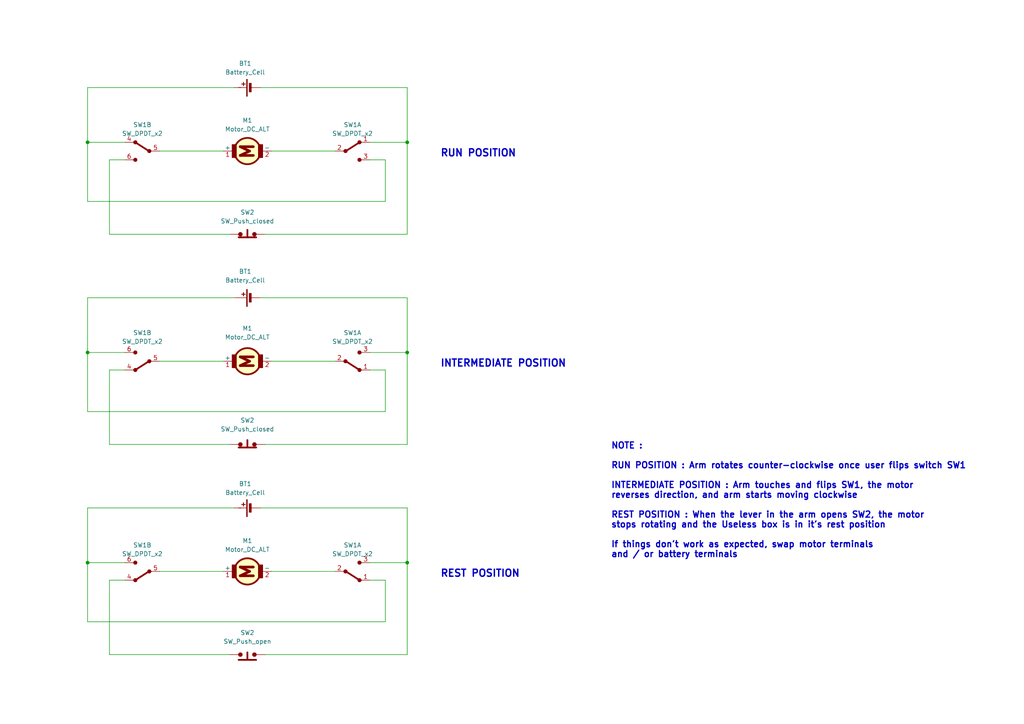
<source format=kicad_sch>
(kicad_sch (version 20211123) (generator eeschema)
  (paper "A4")
  (title_block (title "USELESS BOX") (date "2022-11-28") (rev "rev 1") (company "Maker's Asylum") (comment 1 "Anool Mahidharia"))
  (lib_symbols
    (symbol "useless_box:Battery_Cell" (pin_numbers hide) (pin_names (offset 0) hide)
      (property "Reference" "BT?" (at -2.54 2.54 90))
      (property "Value" "Battery_Cell" (at -5.08 0 90))
      (symbol "Battery_Cell_0_1"
        (rectangle (start -2.54 0.254) (end 2.413 0) (fill (type outline)))
        (rectangle (start -1.27 -0.508) (end 1.27 -1.143) (fill (type outline)))
        (polyline (pts (xy 0 -1.27) (xy 0 -0.762)))
        (polyline (pts (xy 0 1.27) (xy 0 0.127)))
        (polyline (pts (xy 0 1.778) (xy 0 2.54)))
        (polyline (pts (xy 0.508 1.143) (xy 1.524 1.143)) (stroke (width 0.254)))
        (polyline (pts (xy 1.016 1.651) (xy 1.016 0.635)) (stroke (width 0.254)))
      )
      (symbol "Battery_Cell_1_1"
        (pin passive line (at 0 3.81 270) (length 2.54) (name "+") (number "1"))
        (pin passive line (at 0 -3.81 90) (length 2.54) (name "-") (number "2"))
      )
    )
    (symbol "useless_box:Motor_DC_ALT" (pin_names (offset 0))
      (property "Reference" "M?" (at 4.445 1.27 0))
      (property "Value" "Motor_DC_ALT" (at 4.445 -1.27 0))
      (symbol "Motor_DC_ALT_0_0"
        (text "M" (at 0 0 0) (effects (font (size 3.81 3.81) bold)))
      )
      (symbol "Motor_DC_ALT_0_1"
        (rectangle (start -1.905 -3.175) (end 1.905 -4.445) (fill (type outline)))
        (rectangle (start -1.905 4.445) (end 1.905 3.175) (fill (type outline)))
        (circle (center 0 0) (radius 3.81) (stroke (width 0.508)) (fill (type background)))
      )
      (symbol "Motor_DC_ALT_1_1"
        (pin passive line (at 0 6.985 270) (length 2.54) (name "+") (number "1"))
        (pin passive line (at 0 -6.985 90) (length 2.54) (name "-") (number "2"))
      )
    )
    (symbol "useless_box:SW_DPDT_x2" (pin_names (offset 0) hide)
      (property "Reference" "SW?" (at 0 7.62 0))
      (property "Value" "SW_DPDT_x2" (at 0 5.08 0))
      (symbol "SW_DPDT_x2_0_0"
        (circle (center -2.032 0) (radius 0.508) (fill (type outline)))
        (circle (center 2.032 -2.54) (radius 0.508) (fill (type outline)))
      )
      (symbol "SW_DPDT_x2_0_1"
        (polyline (pts (xy -1.524 0.254) (xy 1.651 2.286)) (stroke (width 0.508)))
        (circle (center 2.032 2.54) (radius 0.508) (fill (type outline)))
      )
      (symbol "SW_DPDT_x2_1_1"
        (pin passive line (at 5.08 2.54 180) (length 2.54) (name "A") (number "1"))
        (pin passive line (at -5.08 0 0) (length 2.54) (name "B") (number "2"))
        (pin passive line (at 5.08 -2.54 180) (length 2.54) (name "C") (number "3"))
      )
      (symbol "SW_DPDT_x2_2_1"
        (pin passive line (at 5.08 2.54 180) (length 2.54) (name "A") (number "4"))
        (pin passive line (at -5.08 0 0) (length 2.54) (name "B") (number "5"))
        (pin passive line (at 5.08 -2.54 180) (length 2.54) (name "C") (number "6"))
      )
    )
    (symbol "useless_box:SW_Push_closed" (pin_numbers hide) (pin_names (offset 1.016) hide)
      (property "Reference" "SW?" (at 0 6.35 0))
      (property "Value" "SW_Push_closed" (at 0 3.81 0))
      (symbol "SW_Push_closed_0_1"
        (circle (center -2.032 0) (radius 0.508) (stroke (width 0.254)) (fill (type outline)))
        (polyline (pts (xy -2.54 -0.889) (xy 2.54 -0.889)) (stroke (width 0.508)))
        (polyline (pts (xy 0 -0.635) (xy 0 1.27)) (stroke (width 0.508)))
        (circle (center 2.032 0) (radius 0.508) (stroke (width 0.254)) (fill (type outline)))
        (pin passive line (at -5.08 0 0) (length 2.54) (name "A") (number "1"))
      )
      (symbol "SW_Push_closed_1_1"
        (pin passive line (at 5.08 0 180) (length 2.54) (name "B") (number "2"))
      )
    )
    (symbol "useless_box:SW_Push_open" (pin_numbers hide) (pin_names (offset 1.016) hide)
      (property "Reference" "SW2" (at 0 6.35 0))
      (property "Value" "SW_Push_open" (at 0 3.81 0))
      (symbol "SW_Push_open_0_1"
        (circle (center -2.032 0) (radius 0.508) (stroke (width 0.254)) (fill (type outline)))
        (polyline (pts (xy -2.54 -1.524) (xy 2.54 -1.524)) (stroke (width 0.508)))
        (polyline (pts (xy 0 -1.27) (xy 0 0.635)) (stroke (width 0.508)))
        (circle (center 2.032 0) (radius 0.508) (stroke (width 0.254)) (fill (type outline)))
        (pin passive line (at -5.08 0 0) (length 2.54) (name "A") (number "1"))
      )
      (symbol "SW_Push_open_1_1"
        (pin passive line (at 5.08 0 180) (length 2.54) (name "B") (number "2"))
      )
    )
  )
  (junction (at 25.4 163.195))
  (junction (at 118.11 163.195))
  (junction (at 118.11 41.275))
  (junction (at 25.4 102.235))
  (junction (at 118.11 102.235))
  (junction (at 25.4 41.275))
  (wire (pts (xy 31.75 107.315) (xy 31.75 128.905)))
  (wire (pts (xy 25.4 102.235) (xy 25.4 119.38)))
  (wire (pts (xy 31.75 168.275) (xy 31.75 189.865)))
  (wire (pts (xy 25.4 86.36) (xy 67.945 86.36)))
  (wire (pts (xy 36.195 168.275) (xy 31.75 168.275)))
  (wire (pts (xy 118.11 102.235) (xy 118.11 128.905)))
  (wire (pts (xy 25.4 41.275) (xy 25.4 58.42)))
  (wire (pts (xy 118.11 163.195) (xy 107.315 163.195)))
  (wire (pts (xy 111.76 107.315) (xy 107.315 107.315)))
  (wire (pts (xy 76.835 67.945) (xy 118.11 67.945)))
  (wire (pts (xy 46.355 43.815) (xy 64.77 43.815)))
  (wire (pts (xy 25.4 102.235) (xy 25.4 86.36)))
  (wire (pts (xy 75.565 147.32) (xy 118.11 147.32)))
  (wire (pts (xy 25.4 119.38) (xy 111.76 119.38)))
  (wire (pts (xy 31.75 46.355) (xy 31.75 67.945)))
  (wire (pts (xy 111.76 46.355) (xy 107.315 46.355)))
  (wire (pts (xy 31.75 189.865) (xy 66.675 189.865)))
  (wire (pts (xy 118.11 25.4) (xy 118.11 41.275)))
  (wire (pts (xy 75.565 25.4) (xy 118.11 25.4)))
  (wire (pts (xy 75.565 86.36) (xy 118.11 86.36)))
  (wire (pts (xy 25.4 163.195) (xy 25.4 147.32)))
  (wire (pts (xy 76.835 128.905) (xy 118.11 128.905)))
  (wire (pts (xy 25.4 102.235) (xy 36.195 102.235)))
  (wire (pts (xy 46.355 165.735) (xy 64.77 165.735)))
  (wire (pts (xy 25.4 163.195) (xy 36.195 163.195)))
  (wire (pts (xy 118.11 147.32) (xy 118.11 163.195)))
  (wire (pts (xy 111.76 119.38) (xy 111.76 107.315)))
  (wire (pts (xy 111.76 58.42) (xy 111.76 46.355)))
  (wire (pts (xy 78.74 43.815) (xy 97.155 43.815)))
  (wire (pts (xy 31.75 128.905) (xy 66.675 128.905)))
  (wire (pts (xy 36.195 46.355) (xy 31.75 46.355)))
  (wire (pts (xy 31.75 67.945) (xy 66.675 67.945)))
  (wire (pts (xy 25.4 25.4) (xy 67.945 25.4)))
  (wire (pts (xy 76.835 189.865) (xy 118.11 189.865)))
  (wire (pts (xy 118.11 86.36) (xy 118.11 102.235)))
  (wire (pts (xy 118.11 163.195) (xy 118.11 189.865)))
  (wire (pts (xy 111.76 180.34) (xy 111.76 168.275)))
  (wire (pts (xy 111.76 168.275) (xy 107.315 168.275)))
  (wire (pts (xy 25.4 147.32) (xy 67.945 147.32)))
  (wire (pts (xy 118.11 41.275) (xy 118.11 67.945)))
  (wire (pts (xy 118.11 41.275) (xy 107.315 41.275)))
  (wire (pts (xy 25.4 163.195) (xy 25.4 180.34)))
  (wire (pts (xy 25.4 58.42) (xy 111.76 58.42)))
  (wire (pts (xy 25.4 41.275) (xy 36.195 41.275)))
  (wire (pts (xy 118.11 102.235) (xy 107.315 102.235)))
  (wire (pts (xy 46.355 104.775) (xy 64.77 104.775)))
  (wire (pts (xy 25.4 41.275) (xy 25.4 25.4)))
  (wire (pts (xy 36.195 107.315) (xy 31.75 107.315)))
  (wire (pts (xy 25.4 180.34) (xy 111.76 180.34)))
  (wire (pts (xy 78.74 104.775) (xy 97.155 104.775)))
  (wire (pts (xy 78.74 165.735) (xy 97.155 165.735)))
  (text "NOTE :\n\nRUN POSITION : Arm rotates counter-clockwise once user flips switch SW1\n\nINTERMEDIATE POSITION : Arm touches and flips SW1, the motor\nreverses direction, and arm starts moving clockwise\n\nREST POSITION : When the lever in the arm opens SW2, the motor\nstops rotating and the Useless box is in it's rest position\n\nIf things don't work as expected, swap motor terminals\nand / or battery terminals" (at 177.165 161.925 0) (effects (font (size 1.778 1.778) (thickness 0.3556) bold) (justify left bottom)))
  (text "REST POSITION" (at 127.635 167.64 0) (effects (font (size 2.032 2.032) (thickness 0.4064) bold) (justify left bottom)))
  (text "INTERMEDIATE POSITION" (at 127.635 106.68 0) (effects (font (size 2.032 2.032) (thickness 0.4064) bold) (justify left bottom)))
  (text "RUN POSITION" (at 127.635 45.72 0) (effects (font (size 2.032 2.032) (thickness 0.4064) bold) (justify left bottom)))
  (symbol (lib_id "useless_box:Motor_DC_ALT") (at 71.755 104.775 90) (unit 1)
    (property "Reference" "M1" (at 71.755 95.25 90))
    (property "Value" "Motor_DC_ALT" (at 71.755 97.79 90))
  )
  (symbol (lib_id "useless_box:SW_DPDT_x2") (at 41.275 43.815 0) (mirror y) (unit 2)
    (property "Reference" "SW1" (at 41.275 36.195 0))
    (property "Value" "SW_DPDT_x2" (at 41.275 38.735 0))
  )
  (symbol (lib_id "useless_box:Battery_Cell") (at 71.755 147.32 90) (unit 1)
    (property "Reference" "BT1" (at 71.12 140.335 90))
    (property "Value" "Battery_Cell" (at 71.12 142.875 90))
  )
  (symbol (lib_id "useless_box:SW_DPDT_x2") (at 102.235 104.775 0) (mirror x) (unit 1)
    (property "Reference" "SW1" (at 102.235 96.52 0))
    (property "Value" "SW_DPDT_x2" (at 102.235 99.06 0))
  )
  (symbol (lib_id "useless_box:Battery_Cell") (at 71.755 86.36 90) (unit 1)
    (property "Reference" "BT1" (at 71.12 78.74 90))
    (property "Value" "Battery_Cell" (at 71.12 81.28 90))
  )
  (symbol (lib_id "useless_box:Battery_Cell") (at 71.755 25.4 90) (unit 1)
    (property "Reference" "BT1" (at 71.12 18.415 90))
    (property "Value" "Battery_Cell" (at 71.12 20.955 90))
  )
  (symbol (lib_id "useless_box:SW_Push_closed") (at 71.755 128.905 0) (unit 1)
    (property "Reference" "SW2" (at 71.755 121.92 0))
    (property "Value" "SW_Push_closed" (at 71.755 124.46 0))
  )
  (symbol (lib_id "useless_box:SW_Push_closed") (at 71.755 67.945 0) (unit 1)
    (property "Reference" "SW2" (at 71.755 61.595 0))
    (property "Value" "SW_Push_closed" (at 71.755 64.135 0))
  )
  (symbol (lib_id "useless_box:SW_DPDT_x2") (at 102.235 43.815 0) (unit 1)
    (property "Reference" "SW1" (at 102.235 36.195 0))
    (property "Value" "SW_DPDT_x2" (at 102.235 38.735 0))
  )
  (symbol (lib_id "useless_box:SW_Push_open") (at 71.755 189.865 0) (unit 1)
    (property "Reference" "SW2" (at 71.755 183.515 0))
    (property "Value" "SW_Push_open" (at 71.755 186.055 0))
  )
  (symbol (lib_id "useless_box:SW_DPDT_x2") (at 41.275 104.775 180) (unit 2)
    (property "Reference" "SW1" (at 41.275 96.52 0))
    (property "Value" "SW_DPDT_x2" (at 41.275 99.06 0))
  )
  (symbol (lib_id "useless_box:Motor_DC_ALT") (at 71.755 43.815 90) (unit 1)
    (property "Reference" "M1" (at 71.755 34.925 90))
    (property "Value" "Motor_DC_ALT" (at 71.755 37.465 90))
  )
  (symbol (lib_id "useless_box:SW_DPDT_x2") (at 41.275 165.735 180) (unit 2)
    (property "Reference" "SW1" (at 41.275 158.115 0))
    (property "Value" "SW_DPDT_x2" (at 41.275 160.655 0))
  )
  (symbol (lib_id "useless_box:Motor_DC_ALT") (at 71.755 165.735 90) (unit 1)
    (property "Reference" "M1" (at 71.755 156.845 90))
    (property "Value" "Motor_DC_ALT" (at 71.755 159.385 90))
  )
  (symbol (lib_id "useless_box:SW_DPDT_x2") (at 102.235 165.735 0) (mirror x) (unit 1)
    (property "Reference" "SW1" (at 102.235 158.115 0))
    (property "Value" "SW_DPDT_x2" (at 102.235 160.655 0))
  )
)
</source>
